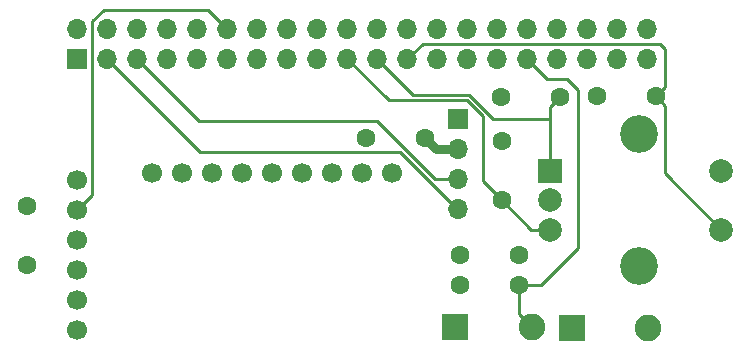
<source format=gtl>
G04 #@! TF.GenerationSoftware,KiCad,Pcbnew,7.0.9*
G04 #@! TF.CreationDate,2023-11-21T09:09:52+00:00*
G04 #@! TF.ProjectId,Rpi-Zero-MiniDexed-IOBoard,5270692d-5a65-4726-9f2d-4d696e694465,rev?*
G04 #@! TF.SameCoordinates,Original*
G04 #@! TF.FileFunction,Copper,L1,Top*
G04 #@! TF.FilePolarity,Positive*
%FSLAX46Y46*%
G04 Gerber Fmt 4.6, Leading zero omitted, Abs format (unit mm)*
G04 Created by KiCad (PCBNEW 7.0.9) date 2023-11-21 09:09:52*
%MOMM*%
%LPD*%
G01*
G04 APERTURE LIST*
G04 #@! TA.AperFunction,ComponentPad*
%ADD10C,1.600000*%
G04 #@! TD*
G04 #@! TA.AperFunction,ComponentPad*
%ADD11C,1.700000*%
G04 #@! TD*
G04 #@! TA.AperFunction,ComponentPad*
%ADD12R,2.250000X2.250000*%
G04 #@! TD*
G04 #@! TA.AperFunction,ComponentPad*
%ADD13C,2.250000*%
G04 #@! TD*
G04 #@! TA.AperFunction,ComponentPad*
%ADD14R,1.700000X1.700000*%
G04 #@! TD*
G04 #@! TA.AperFunction,ComponentPad*
%ADD15O,1.700000X1.700000*%
G04 #@! TD*
G04 #@! TA.AperFunction,ComponentPad*
%ADD16R,2.000000X2.000000*%
G04 #@! TD*
G04 #@! TA.AperFunction,ComponentPad*
%ADD17C,2.000000*%
G04 #@! TD*
G04 #@! TA.AperFunction,ComponentPad*
%ADD18C,3.200000*%
G04 #@! TD*
G04 #@! TA.AperFunction,Conductor*
%ADD19C,0.254000*%
G04 #@! TD*
G04 #@! TA.AperFunction,Conductor*
%ADD20C,0.800000*%
G04 #@! TD*
G04 APERTURE END LIST*
D10*
X149230000Y-77980000D03*
X144230000Y-77980000D03*
D11*
X108315000Y-85030000D03*
X108315000Y-87570000D03*
X108315000Y-90110000D03*
X108315000Y-92650000D03*
X108315000Y-95190000D03*
X108315000Y-97730000D03*
X134985000Y-84395000D03*
X132445000Y-84395000D03*
X129905000Y-84395000D03*
X127365000Y-84395000D03*
X124825000Y-84395000D03*
X122285000Y-84395000D03*
X119745000Y-84395000D03*
X117205000Y-84395000D03*
X114665000Y-84395000D03*
D12*
X140340000Y-97490000D03*
D13*
X146840000Y-97490000D03*
D12*
X150220000Y-97580000D03*
D13*
X156720000Y-97580000D03*
D10*
X144290000Y-86700000D03*
X144290000Y-81700000D03*
D14*
X140580000Y-79830000D03*
D15*
X140580000Y-82370000D03*
X140580000Y-84910000D03*
X140580000Y-87450000D03*
D10*
X137820000Y-81460000D03*
X132820000Y-81460000D03*
X145740000Y-91340000D03*
X140740000Y-91340000D03*
X104130000Y-92250000D03*
X104130000Y-87250000D03*
D16*
X148390000Y-84220000D03*
D17*
X148390000Y-89220000D03*
X148390000Y-86720000D03*
D18*
X155890000Y-81120000D03*
X155890000Y-92320000D03*
D17*
X162890000Y-89220000D03*
X162890000Y-84220000D03*
D10*
X157330000Y-77940000D03*
X152330000Y-77940000D03*
X145730000Y-93900000D03*
X140730000Y-93900000D03*
D14*
X108370000Y-74770000D03*
D15*
X108370000Y-72230000D03*
X110910000Y-74770000D03*
X110910000Y-72230000D03*
X113450000Y-74770000D03*
X113450000Y-72230000D03*
X115990000Y-74770000D03*
X115990000Y-72230000D03*
X118530000Y-74770000D03*
X118530000Y-72230000D03*
X121070000Y-74770000D03*
X121070000Y-72230000D03*
X123610000Y-74770000D03*
X123610000Y-72230000D03*
X126150000Y-74770000D03*
X126150000Y-72230000D03*
X128690000Y-74770000D03*
X128690000Y-72230000D03*
X131230000Y-74770000D03*
X131230000Y-72230000D03*
X133770000Y-74770000D03*
X133770000Y-72230000D03*
X136310000Y-74770000D03*
X136310000Y-72230000D03*
X138850000Y-74770000D03*
X138850000Y-72230000D03*
X141390000Y-74770000D03*
X141390000Y-72230000D03*
X143930000Y-74770000D03*
X143930000Y-72230000D03*
X146470000Y-74770000D03*
X146470000Y-72230000D03*
X149010000Y-74770000D03*
X149010000Y-72230000D03*
X151550000Y-74770000D03*
X151550000Y-72230000D03*
X154090000Y-74770000D03*
X154090000Y-72230000D03*
X156630000Y-74770000D03*
X156630000Y-72230000D03*
D19*
X142530000Y-79470000D02*
X142700000Y-79640000D01*
X142700000Y-85110000D02*
X144290000Y-86700000D01*
X142552000Y-79448000D02*
X142530000Y-79470000D01*
X141354000Y-78250000D02*
X142552000Y-79448000D01*
X142700000Y-79640000D02*
X142700000Y-85110000D01*
X146810000Y-89220000D02*
X148390000Y-89220000D01*
X144290000Y-86700000D02*
X146810000Y-89220000D01*
D20*
X138730000Y-82370000D02*
X137820000Y-81460000D01*
X140580000Y-82370000D02*
X138730000Y-82370000D01*
D19*
X109630000Y-86255000D02*
X108315000Y-87570000D01*
X110600000Y-70620000D02*
X109630000Y-71590000D01*
X119460000Y-70620000D02*
X110600000Y-70620000D01*
X121070000Y-72230000D02*
X119460000Y-70620000D01*
X109630000Y-71590000D02*
X109630000Y-86255000D01*
X158130000Y-73950000D02*
X158130000Y-74605470D01*
X157660000Y-73480000D02*
X158130000Y-73950000D01*
X156860000Y-73480000D02*
X157660000Y-73480000D01*
X137600000Y-73480000D02*
X156860000Y-73480000D01*
X158129999Y-77140001D02*
X157330000Y-77940000D01*
X158130000Y-74605470D02*
X158129999Y-77140001D01*
X136310000Y-74770000D02*
X137600000Y-73480000D01*
X149830000Y-76450000D02*
X149830000Y-76460000D01*
X149830000Y-76450000D02*
X148150000Y-76450000D01*
X150760000Y-90790000D02*
X150760000Y-77390000D01*
X149830000Y-76460000D02*
X150760000Y-77390000D01*
X147650000Y-93900000D02*
X150760000Y-90790000D01*
X145730000Y-93900000D02*
X147650000Y-93900000D01*
X148150000Y-76450000D02*
X146470000Y-74770000D01*
X148390000Y-78820000D02*
X149230000Y-77980000D01*
X148390000Y-79820000D02*
X148390000Y-78820000D01*
X141542052Y-77796000D02*
X143566052Y-79820000D01*
X148390000Y-79820000D02*
X148390000Y-84220000D01*
X143566052Y-79820000D02*
X148390000Y-79820000D01*
X141400000Y-77796000D02*
X141542052Y-77796000D01*
X136796000Y-77796000D02*
X141400000Y-77796000D01*
X140537948Y-87450000D02*
X140580000Y-87450000D01*
X118747000Y-82607000D02*
X135694948Y-82607000D01*
X135694948Y-82607000D02*
X140537948Y-87450000D01*
X110910000Y-74770000D02*
X118747000Y-82607000D01*
X118660000Y-79980000D02*
X133710000Y-79980000D01*
X113450000Y-74770000D02*
X118660000Y-79980000D01*
X138640000Y-84910000D02*
X140580000Y-84910000D01*
X133710000Y-79980000D02*
X138640000Y-84910000D01*
X134710000Y-78250000D02*
X141354000Y-78250000D01*
X131230000Y-74770000D02*
X134710000Y-78250000D01*
X133770000Y-74770000D02*
X136796000Y-77796000D01*
X157330000Y-77940000D02*
X158129999Y-78739999D01*
X158129999Y-84459999D02*
X162890000Y-89220000D01*
X158129999Y-78739999D02*
X158129999Y-84459999D01*
X145730000Y-96380000D02*
X146840000Y-97490000D01*
X145730000Y-93900000D02*
X145730000Y-96380000D01*
D20*
X108370000Y-72230000D02*
X108010000Y-72230000D01*
M02*

</source>
